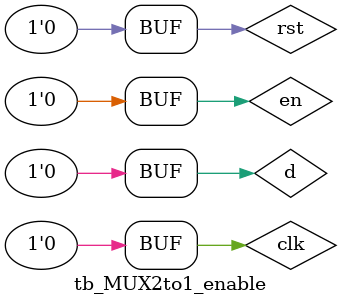
<source format=v>
`timescale 1ns / 1ps
module MUX2to1_enable(input rst, clk, d, en,
							 output reg q);	
										//rst is an active-high reset signal, clk is clock signal
										//d is the input data, en is the active-low enable signal on the MUX
										//q is the output
wire temp;
assign temp = (en ? d:q);
always@ (posedge clk or posedge rst)
	if (rst)
		q <= 1'b0;
	else
		q <= temp;
endmodule

module tb_MUX2to1_enable;
	wire q;
	reg rst, clk, d, en;
	MUX2to1_enable test1 (rst, clk, d, en, q);
	initial begin
	rst = 1'b1;
	d = 0;
	en = 0;
	clk = 0;
	#5 clk = ~clk;
	#2 rst = ~rst;
		d = ~d;
	#3 clk = ~clk;
		en = ~en;
	#5 clk = ~clk;
	#2 en = ~en;
		d = ~d;
	#3 clk = ~clk;
	#5 clk = ~clk;
	#5 clk = ~clk;
	end
endmodule
	
</source>
